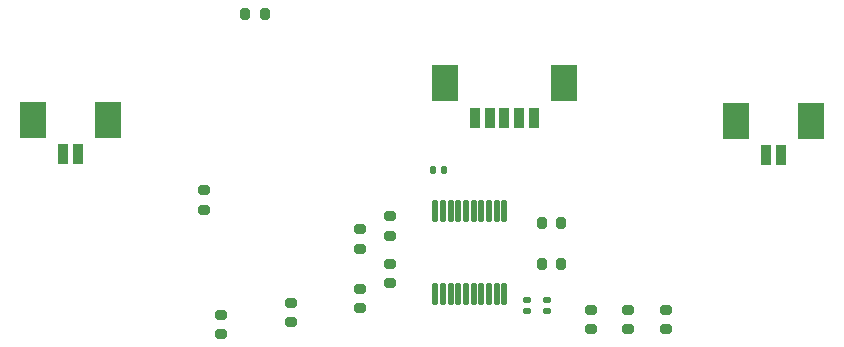
<source format=gbp>
G04 #@! TF.GenerationSoftware,KiCad,Pcbnew,8.0.9*
G04 #@! TF.CreationDate,2025-09-17T21:58:30+09:00*
G04 #@! TF.ProjectId,usb_sfc_pad,7573625f-7366-4635-9f70-61642e6b6963,rev?*
G04 #@! TF.SameCoordinates,Original*
G04 #@! TF.FileFunction,Paste,Bot*
G04 #@! TF.FilePolarity,Positive*
%FSLAX46Y46*%
G04 Gerber Fmt 4.6, Leading zero omitted, Abs format (unit mm)*
G04 Created by KiCad (PCBNEW 8.0.9) date 2025-09-17 21:58:30*
%MOMM*%
%LPD*%
G01*
G04 APERTURE LIST*
G04 Aperture macros list*
%AMRoundRect*
0 Rectangle with rounded corners*
0 $1 Rounding radius*
0 $2 $3 $4 $5 $6 $7 $8 $9 X,Y pos of 4 corners*
0 Add a 4 corners polygon primitive as box body*
4,1,4,$2,$3,$4,$5,$6,$7,$8,$9,$2,$3,0*
0 Add four circle primitives for the rounded corners*
1,1,$1+$1,$2,$3*
1,1,$1+$1,$4,$5*
1,1,$1+$1,$6,$7*
1,1,$1+$1,$8,$9*
0 Add four rect primitives between the rounded corners*
20,1,$1+$1,$2,$3,$4,$5,0*
20,1,$1+$1,$4,$5,$6,$7,0*
20,1,$1+$1,$6,$7,$8,$9,0*
20,1,$1+$1,$8,$9,$2,$3,0*%
G04 Aperture macros list end*
%ADD10R,0.812800X1.701800*%
%ADD11R,2.209800X3.098800*%
%ADD12RoundRect,0.200000X-0.275000X0.200000X-0.275000X-0.200000X0.275000X-0.200000X0.275000X0.200000X0*%
%ADD13RoundRect,0.200000X0.200000X0.275000X-0.200000X0.275000X-0.200000X-0.275000X0.200000X-0.275000X0*%
%ADD14RoundRect,0.200000X0.275000X-0.200000X0.275000X0.200000X-0.275000X0.200000X-0.275000X-0.200000X0*%
%ADD15RoundRect,0.140000X0.170000X-0.140000X0.170000X0.140000X-0.170000X0.140000X-0.170000X-0.140000X0*%
%ADD16RoundRect,0.140000X-0.140000X-0.170000X0.140000X-0.170000X0.140000X0.170000X-0.140000X0.170000X0*%
%ADD17RoundRect,0.112500X0.112500X-0.837500X0.112500X0.837500X-0.112500X0.837500X-0.112500X-0.837500X0*%
G04 APERTURE END LIST*
D10*
X165800000Y-103800000D03*
X167050000Y-103800000D03*
X168300000Y-103800000D03*
X169550000Y-103800000D03*
X170800000Y-103800000D03*
D11*
X173350000Y-100900001D03*
X163250000Y-100900001D03*
D12*
X182000000Y-120075000D03*
X182000000Y-121725000D03*
X158600000Y-112175000D03*
X158600000Y-113825000D03*
D13*
X173125000Y-116200000D03*
X171475000Y-116200000D03*
D14*
X142900000Y-111625000D03*
X142900000Y-109975000D03*
D12*
X178800000Y-120075000D03*
X178800000Y-121725000D03*
D13*
X148025000Y-95000000D03*
X146375000Y-95000000D03*
D10*
X190475000Y-107004500D03*
X191725000Y-107004500D03*
D11*
X194275000Y-104104501D03*
X187925000Y-104104501D03*
D12*
X144300000Y-120475000D03*
X144300000Y-122125000D03*
X150200000Y-119475000D03*
X150200000Y-121125000D03*
D10*
X130950000Y-106899999D03*
X132200000Y-106899999D03*
D11*
X134750000Y-104000000D03*
X128400000Y-104000000D03*
D15*
X171900000Y-120180000D03*
X171900000Y-119220000D03*
D16*
X162220000Y-108200000D03*
X163180000Y-108200000D03*
D12*
X156100000Y-118275000D03*
X156100000Y-119925000D03*
D14*
X158600000Y-117825000D03*
X158600000Y-116175000D03*
D13*
X173125000Y-112700000D03*
X171475000Y-112700000D03*
D15*
X170200000Y-120180000D03*
X170200000Y-119220000D03*
D12*
X156100000Y-113275000D03*
X156100000Y-114925000D03*
X175600000Y-120075000D03*
X175600000Y-121725000D03*
D17*
X168300000Y-118700000D03*
X167650000Y-118700000D03*
X167000000Y-118700000D03*
X166350000Y-118700000D03*
X165700000Y-118700000D03*
X165050000Y-118700000D03*
X164400000Y-118700000D03*
X163750000Y-118700000D03*
X163100000Y-118700000D03*
X162450000Y-118700000D03*
X162450000Y-111700000D03*
X163100000Y-111700000D03*
X163750000Y-111700000D03*
X164400000Y-111700000D03*
X165050000Y-111700000D03*
X165700000Y-111700000D03*
X166350000Y-111700000D03*
X167000000Y-111700000D03*
X167650000Y-111700000D03*
X168300000Y-111700000D03*
M02*

</source>
